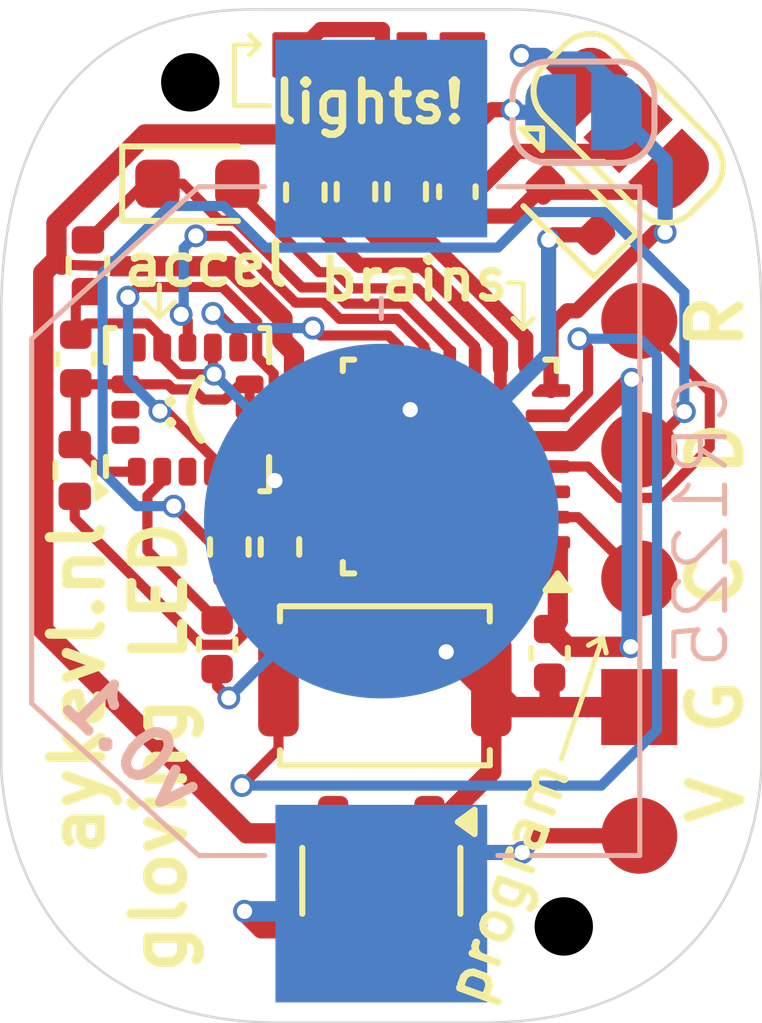
<source format=kicad_pcb>
(kicad_pcb (version 20241229) (generator "pcbnew") (generator_version "9.0")
  (layers (0 "F.Cu" signal) (2 "B.Cu" signal) (13 "F.Paste" user) (15 "B.Paste" user) (5 "F.SilkS" user "F.Silkscreen") (7 "B.SilkS" user "B.Silkscreen") (1 "F.Mask" user) (3 "B.Mask" user) (25 "Edge.Cuts" user))
  (net 0 "")
  (net 1 "GND")
  (net 2 "VBAT")
  (net 3 "VCC")
  (net 4 "SWDIO")
  (net 5 "NRST")
  (net 6 "SWCLK")
  (net 7 "Net-(D2-A)")
  (net 8 "Net-(JP1-C)")
  (net 18 "I2C_SDA")
  (net 19 "I2C_SCL")
  (net 20 "ACCEL_INT2")
  (net 21 "ACCEL_INT1")
  (net 22 "LED_G")
  (net 23 "LED_B")
  (net 24 "LED_R")
  (net 27 "BUTTON")
  (net 28 "Net-(D1-GK)")
  (net 29 "Net-(D1-BK)")
  (net 30 "Net-(D1-RK)")
  (net 31 "Net-(JP2-A)")
  (net 32 "PHOTO_VCC")
  (net 33 "PHOTO_SENSE")
  (net 34 "ACCEL_VDD")
  (net 35 "ACCEL_POWER")
  (net 36 "Net-(U1-BYP)")
  (footprint "Package_DFN_QFN:QFN-28_4x4mm_P0.5mm" (layer "F.Cu") (at 1.35 3.0225 180)
    (property "Reference" "U2" (hide yes))
    (property "Value" "STM32L031G6Ux" (hide yes))
    (pad "1" smd custom (at -1.9975 -1.5 180) (size 0.136863 0.136863) (layers "F.Cu" "F.Mask" "F.Paste") (net 3 "VCC") (options (clearance outline) (anchor circle)) (primitives (gr_poly (pts (xy -0.3325 -0.08) (xy 0.19886 -0.08) (xy 0.3325 0.05364) (xy 0.3325 0.08) (xy -0.3325 0.08)) (width 0.09) (fill yes))))
    (pad "2" smd roundrect (at -1.9375 -1 180) (size 0.875 0.25) (layers "F.Cu" "F.Mask" "F.Paste") (net 6 "SWCLK"))
    (pad "3" smd roundrect (at -1.9375 -0.5 180) (size 0.875 0.25) (layers "F.Cu" "F.Mask" "F.Paste"))
    (pad "4" smd roundrect (at -1.9375 0 180) (size 0.875 0.25) (layers "F.Cu" "F.Mask" "F.Paste") (net 5 "NRST"))
    (pad "5" smd roundrect (at -1.9375 0.5 180) (size 0.875 0.25) (layers "F.Cu" "F.Mask" "F.Paste") (net 3 "VCC"))
    (pad "6" smd roundrect (at -1.9375 1 180) (size 0.875 0.25) (layers "F.Cu" "F.Mask" "F.Paste") (net 27 "BUTTON"))
    (pad "7" smd custom (at -1.9975 1.5 180) (size 0.136863 0.136863) (layers "F.Cu" "F.Mask" "F.Paste") (net 23 "LED_B") (options (clearance outline) (anchor circle)) (primitives (gr_poly (pts (xy -0.3325 -0.08) (xy 0.3325 -0.08) (xy 0.3325 -0.05364) (xy 0.19886 0.08) (xy -0.3325 0.08)) (width 0.09) (fill yes))))
    (pad "8" smd custom (at -1.5 1.9975 180) (size 0.136863 0.136863) (layers "F.Cu" "F.Mask" "F.Paste") (net 22 "LED_G") (options (clearance outline) (anchor circle)) (primitives (gr_poly (pts (xy -0.08 -0.19886) (xy 0.05364 -0.3325) (xy 0.08 -0.3325) (xy 0.08 0.3325) (xy -0.08 0.3325)) (width 0.09) (fill yes))))
    (pad "9" smd roundrect (at -1 1.9375 180) (size 0.25 0.875) (layers "F.Cu" "F.Mask" "F.Paste") (net 24 "LED_R"))
    (pad "10" smd roundrect (at -0.5 1.9375 180) (size 0.25 0.875) (layers "F.Cu" "F.Mask" "F.Paste") (net 32 "PHOTO_VCC"))
    (pad "11" smd roundrect (at 0 1.9375 180) (size 0.25 0.875) (layers "F.Cu" "F.Mask" "F.Paste") (net 33 "PHOTO_SENSE"))
    (pad "12" smd roundrect (at 0.5 1.9375 180) (size 0.25 0.875) (layers "F.Cu" "F.Mask" "F.Paste") (net 21 "ACCEL_INT1"))
    (pad "13" smd roundrect (at 1 1.9375 180) (size 0.25 0.875) (layers "F.Cu" "F.Mask" "F.Paste") (net 20 "ACCEL_INT2"))
    (pad "14" smd custom (at 1.5 1.9975 180) (size 0.136863 0.136863) (layers "F.Cu" "F.Mask" "F.Paste") (options (clearance outline) (anchor circle)) (primitives (gr_poly (pts (xy -0.08 -0.3325) (xy -0.05364 -0.3325) (xy 0.08 -0.19886) (xy 0.08 0.3325) (xy -0.08 0.3325)) (width 0.09) (fill yes))))
    (pad "15" smd custom (at 1.9975 1.5 180) (size 0.136863 0.136863) (layers "F.Cu" "F.Mask" "F.Paste") (options (clearance outline) (anchor circle)) (primitives (gr_poly (pts (xy -0.3325 -0.08) (xy 0.3325 -0.08) (xy 0.3325 0.08) (xy -0.19886 0.08) (xy -0.3325 -0.05364)) (width 0.09) (fill yes))))
    (pad "16" smd roundrect (at 1.9375 1 180) (size 0.875 0.25) (layers "F.Cu" "F.Mask" "F.Paste") (net 1 "GND"))
    (pad "17" smd roundrect (at 1.9375 0.5 180) (size 0.875 0.25) (layers "F.Cu" "F.Mask" "F.Paste") (net 3 "VCC"))
    (pad "18" smd roundrect (at 1.9375 0 180) (size 0.875 0.25) (layers "F.Cu" "F.Mask" "F.Paste"))
    (pad "19" smd roundrect (at 1.9375 -0.5 180) (size 0.875 0.25) (layers "F.Cu" "F.Mask" "F.Paste") (net 19 "I2C_SCL"))
    (pad "20" smd roundrect (at 1.9375 -1 180) (size 0.875 0.25) (layers "F.Cu" "F.Mask" "F.Paste") (net 18 "I2C_SDA"))
    (pad "21" smd custom (at 1.9975 -1.5 180) (size 0.136863 0.136863) (layers "F.Cu" "F.Mask" "F.Paste") (net 4 "SWDIO") (options (clearance outline) (anchor circle)) (primitives (gr_poly (pts (xy -0.3325 0.05364) (xy -0.19886 -0.08) (xy 0.3325 -0.08) (xy 0.3325 0.08) (xy -0.3325 0.08)) (width 0.09) (fill yes))))
    (pad "22" smd custom (at 1.5 -1.9975 180) (size 0.136863 0.136863) (layers "F.Cu" "F.Mask" "F.Paste") (net 6 "SWCLK") (options (clearance outline) (anchor circle)) (primitives (gr_poly (pts (xy -0.08 -0.3325) (xy 0.08 -0.3325) (xy 0.08 0.19886) (xy -0.05364 0.3325) (xy -0.08 0.3325)) (width 0.09) (fill yes))))
    (pad "23" smd roundrect (at 1 -1.9375 180) (size 0.25 0.875) (layers "F.Cu" "F.Mask" "F.Paste") (net 35 "ACCEL_POWER"))
    (pad "24" smd roundrect (at 0.5 -1.9375 180) (size 0.25 0.875) (layers "F.Cu" "F.Mask" "F.Paste"))
    (pad "25" smd roundrect (at 0 -1.9375 180) (size 0.25 0.875) (layers "F.Cu" "F.Mask" "F.Paste"))
    (pad "26" smd roundrect (at -0.5 -1.9375 180) (size 0.25 0.875) (layers "F.Cu" "F.Mask" "F.Paste"))
    (pad "27" smd roundrect (at -1 -1.9375 180) (size 0.25 0.875) (layers "F.Cu" "F.Mask" "F.Paste") (net 1 "GND"))
    (pad "28" smd custom (at -1.5 -1.9975 180) (size 0.136863 0.136863) (layers "F.Cu" "F.Mask" "F.Paste") (net 1 "GND") (options (clearance outline) (anchor circle)) (primitives (gr_poly (pts (xy -0.08 -0.3325) (xy 0.08 -0.3325) (xy 0.08 0.3325) (xy 0.05364 0.3325) (xy -0.08 0.19886)) (width 0.09) (fill yes))))
  )
  (footprint "Jumper:SolderJumper-3_P1.3mm_Bridged12_RoundedPad1.0x1.5mm" (layer "F.Cu") (at 4.87 -3.65 -45)
    (property "Reference" "JP1" (hide yes))
    (property "Value" "~" (hide yes))
    (fp_poly (pts (xy -0.9 -0.3) (xy -0.4 -0.3) (xy -0.4 0.3) (xy -0.9 0.3)) (fill yes) (layer "F.Cu"))
    (pad "1" smd custom (at -1.3 0 315) (size 1 0.5) (layers "F.Cu" "F.Mask") (net 23 "LED_B") (options (clearance outline) (anchor rect)) (primitives (gr_circle (center 0 0.25) (end 0.5 0.25) (width 0) (fill yes)) (gr_circle (center 0 -0.25) (end 0.5 -0.25) (width 0) (fill yes)) (gr_poly (pts (xy 0.55 0.75) (xy 0 0.75) (xy 0 -0.75) (xy 0.55 -0.75)) (width 0) (fill yes))))
    (pad "2" smd rect (at 0 0 315) (size 1 1.5) (layers "F.Cu" "F.Mask") (net 8 "Net-(JP1-C)"))
    (pad "3" smd custom (at 1.3 0 315) (size 1 0.5) (layers "F.Cu" "F.Mask") (net 7 "Net-(D2-A)") (options (clearance outline) (anchor rect)) (primitives (gr_circle (center 0 0.25) (end 0.5 0.25) (width 0) (fill yes)) (gr_circle (center 0 -0.25) (end 0.5 -0.25) (width 0) (fill yes)) (gr_poly (pts (xy 0 0.75) (xy -0.55 0.75) (xy -0.55 -0.75) (xy 0 -0.75)) (width 0) (fill yes))))
  )
  (footprint "Custom:ProgramHeader" (layer "F.Cu") (at 5.09 6.5 90)
    (property "Reference" "J1" (hide yes))
    (property "Value" "Conn_01x05" (hide yes))
    (pad "1" smd circle (at -3.81 0 90) (size 1.5 1.5) (layers "F.Cu" "F.Mask" "F.Paste") (net 2 "VBAT"))
    (pad "2" smd rect (at -1.27 0 90) (size 1.5 1.5) (layers "F.Cu" "F.Mask" "F.Paste") (net 1 "GND"))
    (pad "3" smd circle (at 1.27 0 90) (size 1.5 1.5) (layers "F.Cu" "F.Mask" "F.Paste") (net 6 "SWCLK"))
    (pad "4" smd circle (at 3.81 0 90) (size 1.5 1.5) (layers "F.Cu" "F.Mask" "F.Paste") (net 4 "SWDIO"))
    (pad "5" smd circle (at 6.35 0 90) (size 1.5 1.5) (layers "F.Cu" "F.Mask" "F.Paste") (net 5 "NRST"))
  )
  (footprint "Resistor_SMD:R_0402_1005Metric" (layer "F.Cu") (at -0.5 -2.4 -90)
    (property "Reference" "R4" (hide yes))
    (property "Value" "220" (hide yes))
    (pad "1" smd roundrect (at -0.51 0 270) (size 0.54 0.64) (layers "F.Cu" "F.Mask" "F.Paste") (net 28 "Net-(D1-GK)"))
    (pad "2" smd roundrect (at 0.51 0 270) (size 0.54 0.64) (layers "F.Cu" "F.Mask" "F.Paste") (net 22 "LED_G"))
  )
  (footprint "Capacitor_SMD:C_0402_1005Metric" (layer "F.Cu") (at 1.5 -2.4 90)
    (property "Reference" "C3" (hide yes))
    (property "Value" "10uF" (hide yes))
    (pad "1" smd roundrect (at -0.48 0 90) (size 0.56 0.62) (layers "F.Cu" "F.Mask" "F.Paste") (net 7 "Net-(D2-A)"))
    (pad "2" smd roundrect (at 0.48 0 90) (size 0.56 0.62) (layers "F.Cu" "F.Mask" "F.Paste") (net 31 "Net-(JP2-A)"))
  )
  (footprint "LED_SMD:LED_0603_1608Metric" (layer "F.Cu") (at -3.63 -2.56)
    (property "Reference" "Q2" (hide yes))
    (property "Value" "Q_Photo_NPN_EC" (hide yes))
    (pad "1" smd roundrect (at -0.787501 0) (size 0.875 0.95) (layers "F.Cu" "F.Mask" "F.Paste") (net 33 "PHOTO_SENSE"))
    (pad "2" smd roundrect (at 0.787501 0) (size 0.875 0.95) (layers "F.Cu" "F.Mask" "F.Paste") (net 32 "PHOTO_VCC"))
  )
  (footprint "Diode_SMD:D_SOD-523" (layer "F.Cu") (at 3.724975 -2.045025 135)
    (property "Reference" "D2" (hide yes))
    (property "Value" "D" (hide yes))
    (pad "1" smd roundrect (at -0.7 0 315) (size 0.6 0.7) (layers "F.Cu" "F.Mask" "F.Paste") (net 1 "GND"))
    (pad "2" smd roundrect (at 0.7 0 315) (size 0.6 0.7) (layers "F.Cu" "F.Mask" "F.Paste") (net 7 "Net-(D2-A)"))
  )
  (footprint "Resistor_SMD:R_0402_1005Metric" (layer "F.Cu") (at 0.5 -2.4 -90)
    (property "Reference" "R5" (hide yes))
    (property "Value" "49.9" (hide yes))
    (pad "1" smd roundrect (at -0.51 0 270) (size 0.54 0.64) (layers "F.Cu" "F.Mask" "F.Paste") (net 29 "Net-(D1-BK)"))
    (pad "2" smd roundrect (at 0.51 0 270) (size 0.54 0.64) (layers "F.Cu" "F.Mask" "F.Paste") (net 8 "Net-(JP1-C)"))
  )
  (footprint "Package_LGA:LGA-16_3x3mm_P0.5mm_LayoutBorder3x5y" (layer "F.Cu") (at -3.825 1.9 90)
    (property "Reference" "U1" (hide yes))
    (property "Value" "LIS3DH" (hide yes))
    (pad "1" smd roundrect (at -1.225 -1 90) (size 0.55 0.35) (layers "F.Cu" "F.Mask" "F.Paste") (net 34 "ACCEL_VDD"))
    (pad "2" smd roundrect (at -1.225 -0.5 90) (size 0.55 0.35) (layers "F.Cu" "F.Mask" "F.Paste") (net 36 "Net-(U1-BYP)"))
    (pad "3" smd roundrect (at -1.225 0 90) (size 0.55 0.35) (layers "F.Cu" "F.Mask" "F.Paste"))
    (pad "4" smd roundrect (at -1.225 0.5 90) (size 0.55 0.35) (layers "F.Cu" "F.Mask" "F.Paste") (net 19 "I2C_SCL"))
    (pad "5" smd roundrect (at -1.225 1 90) (size 0.55 0.35) (layers "F.Cu" "F.Mask" "F.Paste") (net 1 "GND"))
    (pad "6" smd roundrect (at -0.5 1.225 90) (size 0.35 0.55) (layers "F.Cu" "F.Mask" "F.Paste") (net 18 "I2C_SDA"))
    (pad "7" smd roundrect (at 0 1.225 90) (size 0.35 0.55) (layers "F.Cu" "F.Mask" "F.Paste") (net 34 "ACCEL_VDD"))
    (pad "8" smd roundrect (at 0.5 1.225 90) (size 0.35 0.55) (layers "F.Cu" "F.Mask" "F.Paste") (net 34 "ACCEL_VDD"))
    (pad "9" smd roundrect (at 1.225 1 90) (size 0.55 0.35) (layers "F.Cu" "F.Mask" "F.Paste") (net 20 "ACCEL_INT2"))
    (pad "10" smd roundrect (at 1.225 0.5 90) (size 0.55 0.35) (layers "F.Cu" "F.Mask" "F.Paste") (net 1 "GND"))
    (pad "11" smd roundrect (at 1.225 0 90) (size 0.55 0.35) (layers "F.Cu" "F.Mask" "F.Paste") (net 21 "ACCEL_INT1"))
    (pad "12" smd roundrect (at 1.225 -0.5 90) (size 0.55 0.35) (layers "F.Cu" "F.Mask" "F.Paste") (net 1 "GND"))
    (pad "13" smd roundrect (at 1.225 -1 90) (size 0.55 0.35) (layers "F.Cu" "F.Mask" "F.Paste"))
    (pad "14" smd roundrect (at 0.5 -1.225 90) (size 0.35 0.55) (layers "F.Cu" "F.Mask" "F.Paste") (net 34 "ACCEL_VDD"))
    (pad "15" smd roundrect (at 0 -1.225 90) (size 0.35 0.55) (layers "F.Cu" "F.Mask" "F.Paste"))
    (pad "16" smd roundrect (at -0.5 -1.225 90) (size 0.35 0.55) (layers "F.Cu" "F.Mask" "F.Paste"))
  )
  (footprint "Custom:ToolingHole_JLCPCB" (layer "F.Cu") (at 3.6 12.1)
    (property "Reference" "REF**" (hide yes))
    (property "Value" "ToolingHole_JLCPCB" (hide yes))
    (pad "" np_thru_hole circle (at 0 0) (size 1.152 1.152) (drill 1.152) (layers "*.Mask") (clearance 0.248))
  )
  (footprint "Resistor_SMD:R_0402_1005Metric" (layer "F.Cu") (at -6.05 3.1 90)
    (property "Reference" "R6" (hide yes))
    (property "Value" "49.9" (hide yes))
    (pad "1" smd roundrect (at -0.51 0 90) (size 0.54 0.64) (layers "F.Cu" "F.Mask" "F.Paste") (net 35 "ACCEL_POWER"))
    (pad "2" smd roundrect (at 0.51 0 90) (size 0.54 0.64) (layers "F.Cu" "F.Mask" "F.Paste") (net 34 "ACCEL_VDD"))
  )
  (footprint "Package_TO_SOT_SMD:SOT-23" (layer "F.Cu") (at 0 11.2 -90)
    (property "Reference" "Q1" (hide yes))
    (property "Value" "Q_PMOS_GSD" (hide yes))
    (pad "1" smd roundrect (at -0.9375 -0.95 270) (size 1.475 0.6) (layers "F.Cu" "F.Mask" "F.Paste") (net 1 "GND"))
    (pad "2" smd roundrect (at -0.9375 0.95 270) (size 1.475 0.6) (layers "F.Cu" "F.Mask" "F.Paste") (net 3 "VCC"))
    (pad "3" smd roundrect (at 0.9375 0 270) (size 1.475 0.6) (layers "F.Cu" "F.Mask" "F.Paste") (net 2 "VBAT"))
  )
  (footprint "Capacitor_SMD:C_0402_1005Metric" (layer "F.Cu") (at -3.24 6.54 -90)
    (property "Reference" "C4" (hide yes))
    (property "Value" "100nF" (hide yes))
    (pad "1" smd roundrect (at -0.48 0 270) (size 0.56 0.62) (layers "F.Cu" "F.Mask" "F.Paste") (net 36 "Net-(U1-BYP)"))
    (pad "2" smd roundrect (at 0.48 0 270) (size 0.56 0.62) (layers "F.Cu" "F.Mask" "F.Paste") (net 1 "GND"))
  )
  (footprint "Resistor_SMD:R_0402_1005Metric" (layer "F.Cu") (at -1.5 -2.39 -90)
    (property "Reference" "R3" (hide yes))
    (property "Value" "220" (hide yes))
    (pad "1" smd roundrect (at -0.51 0 270) (size 0.54 0.64) (layers "F.Cu" "F.Mask" "F.Paste") (net 30 "Net-(D1-RK)"))
    (pad "2" smd roundrect (at 0.51 0 270) (size 0.54 0.64) (layers "F.Cu" "F.Mask" "F.Paste") (net 24 "LED_R"))
  )
  (footprint "Resistor_SMD:R_0402_1005Metric" (layer "F.Cu") (at -3 4.61 90)
    (property "Reference" "R2" (hide yes))
    (property "Value" "10k" (hide yes))
    (pad "1" smd roundrect (at -0.51 0 90) (size 0.54 0.64) (layers "F.Cu" "F.Mask" "F.Paste") (net 35 "ACCEL_POWER"))
    (pad "2" smd roundrect (at 0.51 0 90) (size 0.54 0.64) (layers "F.Cu" "F.Mask" "F.Paste") (net 19 "I2C_SCL"))
  )
  (footprint "Capacitor_SMD:C_0402_1005Metric" (layer "F.Cu") (at -6.03 0.9 90)
    (property "Reference" "C1" (hide yes))
    (property "Value" "10uF" (hide yes))
    (pad "1" smd roundrect (at -0.48 0 90) (size 0.56 0.62) (layers "F.Cu" "F.Mask" "F.Paste") (net 34 "ACCEL_VDD"))
    (pad "2" smd roundrect (at 0.48 0 90) (size 0.56 0.62) (layers "F.Cu" "F.Mask" "F.Paste") (net 1 "GND"))
  )
  (footprint "Button_Switch_SMD:SW_Push_SPST_NO_Alps_SKRK" (layer "F.Cu") (at 0.07 7.35 180)
    (property "Reference" "SW1" (hide yes))
    (property "Value" "SW_Push" (hide yes))
    (pad "1" smd roundrect (at -2.1 0 180) (size 0.8 2) (layers "F.Cu" "F.Mask" "F.Paste") (net 1 "GND"))
    (pad "2" smd roundrect (at 2.1 0 180) (size 0.8 2) (layers "F.Cu" "F.Mask" "F.Paste") (net 27 "BUTTON"))
  )
  (footprint "Capacitor_SMD:C_0402_1005Metric" (layer "F.Cu") (at 3.32 6.71 -90)
    (property "Reference" "C2" (hide yes))
    (property "Value" "10uF" (hide yes))
    (pad "1" smd roundrect (at -0.48 0 270) (size 0.56 0.62) (layers "F.Cu" "F.Mask" "F.Paste") (net 3 "VCC"))
    (pad "2" smd roundrect (at 0.48 0 270) (size 0.56 0.62) (layers "F.Cu" "F.Mask" "F.Paste") (net 1 "GND"))
  )
  (footprint "Resistor_SMD:R_0402_1005Metric" (layer "F.Cu") (at -2 4.61 90)
    (property "Reference" "R1" (hide yes))
    (property "Value" "10k" (hide yes))
    (pad "1" smd roundrect (at -0.51 0 90) (size 0.54 0.64) (layers "F.Cu" "F.Mask" "F.Paste") (net 35 "ACCEL_POWER"))
    (pad "2" smd roundrect (at 0.51 0 90) (size 0.54 0.64) (layers "F.Cu" "F.Mask" "F.Paste") (net 18 "I2C_SDA"))
  )
  (footprint "Resistor_SMD:R_0402_1005Metric" (layer "F.Cu") (at -5.79 -0.939999 -90)
    (property "Reference" "R7" (hide yes))
    (property "Value" "1k" (hide yes))
    (pad "1" smd roundrect (at -0.509999 0 270) (size 0.54 0.64) (layers "F.Cu" "F.Mask" "F.Paste") (net 33 "PHOTO_SENSE"))
    (pad "2" smd roundrect (at 0.509999 0 270) (size 0.54 0.64) (layers "F.Cu" "F.Mask" "F.Paste") (net 1 "GND"))
  )
  (footprint "Custom:ToolingHole_JLCPCB" (layer "F.Cu") (at -3.77 -4.56)
    (property "Reference" "REF**" (hide yes))
    (property "Value" "ToolingHole_JLCPCB" (hide yes))
    (pad "" np_thru_hole circle (at 0 0) (size 1.152 1.152) (drill 1.152) (layers "*.Mask") (clearance 0.248))
  )
  (footprint "Custom:OSRAM_KRTB_AILMS1" (layer "F.Cu") (at 0 -5.13 180)
    (property "Reference" "D1" (hide yes))
    (property "Value" "LED_BGAR" (hide yes))
    (pad "1" smd custom (at -1.475 0 180) (size 0.325 0.443) (layers "F.Cu" "F.Mask" "F.Paste") (net 29 "Net-(D1-BK)") (options (clearance outline) (anchor rect)) (primitives (gr_rect (start -0.4275 -0.2215) (end 0.1625 0.0685) (width 0) (fill yes))))
    (pad "2" smd rect (at -0.58 0 180) (size 0.3 0.443) (layers "F.Cu" "F.Mask" "F.Paste") (net 28 "Net-(D1-GK)"))
    (pad "3" smd custom (at 0.435 0 180) (size 0.4 0.443) (layers "F.Cu" "F.Mask" "F.Paste") (net 3 "VCC") (options (clearance outline) (anchor rect)) (primitives))
    (pad "4" smd custom (at 1.4725 0 180) (size 0.325 0.443) (layers "F.Cu" "F.Mask" "F.Paste") (net 30 "Net-(D1-RK)") (options (clearance outline) (anchor rect)) (primitives (gr_rect (start -0.1625 -0.2215) (end 0.4275 0.0685) (width 0) (fill yes))))
  )
  (footprint "Jumper:SolderJumper-2_P1.3mm_Open_RoundedPad1.0x1.5mm" (layer "B.Cu") (at 3.99 -3.97)
    (property "Reference" "JP2" (hide yes))
    (property "Value" "~" (hide yes))
    (pad "1" smd custom (at -0.65 0) (size 1 0.5) (layers "B.Cu" "B.Mask") (net 31 "Net-(JP2-A)") (options (clearance outline) (anchor rect)) (primitives (gr_circle (center 0 -0.25) (end 0.5 -0.25) (width 0) (fill yes)) (gr_circle (center 0 0.25) (end 0.5 0.25) (width 0) (fill yes)) (gr_poly (pts (xy 0.5 -0.75) (xy 0 -0.75) (xy 0 0.75) (xy 0.5 0.75)) (width 0) (fill yes))))
    (pad "2" smd custom (at 0.65 0) (size 1 0.5) (layers "B.Cu" "B.Mask") (net 23 "LED_B") (options (clearance outline) (anchor rect)) (primitives (gr_circle (center 0 -0.25) (end 0.5 -0.25) (width 0) (fill yes)) (gr_circle (center 0 0.25) (end 0.5 0.25) (width 0) (fill yes)) (gr_poly (pts (xy 0 -0.75) (xy -0.5 -0.75) (xy -0.5 0.75) (xy 0 0.75)) (width 0) (fill yes))))
  )
  (footprint "Custom:MY-1220-03" (layer "B.Cu") (at 0 4.1 -90)
    (property "Reference" "BT1" (hide yes))
    (property "Value" "Battery_Cell" (hide yes))
    (fp_text user "CR1225" (at 0 -6.9 90) (layer "B.SilkS") (effects (font (thickness 0.1)) (justify bottom mirror)))
    (pad "" smd rect (at -7.55 0 90) (size 3.9 4.18) (layers "B.Cu" "B.Mask" "B.Paste"))
    (pad "1" smd rect (at 7.55 0 90) (size 3.9 4.18) (layers "B.Cu" "B.Mask" "B.Paste") (net 2 "VBAT"))
    (pad "2" smd circle (at 0 0 90) (size 7 7) (layers "B.Cu" "B.Mask" "B.Paste") (net 1 "GND"))
  )
  (gr_rect (start -2.1 -5.5) (end -1.3 -4.7) (stroke (width 0.1)) (fill yes) (layer "F.Cu") (net 30))
  (gr_line (start -6.31 -0.96) (end -5.29 -0.93) (stroke (width 0.2)) (layer "F.Cu") (net 3))
  (gr_rect (start 1.2 -5.5) (end 2 -4.7) (stroke (width 0.1)) (fill yes) (layer "F.Cu") (net 29))
  (gr_rect (start -0.78 -5.3) (end -0.28 -4.5) (stroke (width 0.1)) (fill yes) (layer "F.Cu") (net 3))
  (gr_rect (start 0.35 -5.5) (end 0.85 -4.7) (stroke (width 0.1)) (fill yes) (layer "F.Cu") (net 28))
  (gr_line (start 4.3625 6.4) (end 4.4375 6.7) (stroke (width 0.1)) (layer "F.SilkS"))
  (gr_line (start -4.38 0.08) (end -4.08 -0.22) (stroke (width 0.1)) (layer "F.SilkS"))
  (gr_line (start -2.9 -4.1) (end -2.9 -5.3) (stroke (width 0.1)) (layer "F.SilkS"))
  (gr_line (start -2.6 -5.1) (end -2.4 -5.3) (stroke (width 0.1)) (layer "F.SilkS"))
  (gr_line (start -4.38 -0.56) (end -4.38 0.08) (stroke (width 0.1)) (layer "F.SilkS"))
  (gr_line (start 3.55 8.8) (end 4.35 6.45) (stroke (width 0.1)) (layer "F.SilkS"))
  (gr_line (start 2.8 -0.6) (end 2.8 0.3) (stroke (width 0.1)) (layer "F.SilkS"))
  (gr_line (start 2.8 0.3) (end 2.6 0.1) (stroke (width 0.1)) (layer "F.SilkS"))
  (gr_line (start 4.3625 6.4) (end 4.0875 6.55) (stroke (width 0.1)) (layer "F.SilkS"))
  (gr_line (start -2.9 -5.3) (end -2.4 -5.3) (stroke (width 0.1)) (layer "F.SilkS"))
  (gr_line (start -4.38 0.08) (end -4.68 -0.22) (stroke (width 0.1)) (layer "F.SilkS"))
  (gr_line (start 2.5 -0.6) (end 2.8 -0.6) (stroke (width 0.1)) (layer "F.SilkS"))
  (gr_line (start 2.8 0.3) (end 3 0.1) (stroke (width 0.1)) (layer "F.SilkS"))
  (gr_line (start -2.6 -5.5) (end -2.4 -5.3) (stroke (width 0.1)) (layer "F.SilkS"))
  (gr_line (start -2.2 -4.1) (end -2.9 -4.1) (stroke (width 0.1)) (layer "F.SilkS"))
  (gr_line (start 7.5 0) (end 7.5 8.95) (stroke (width 0.05)) (layer "Edge.Cuts"))
  (gr_curve (pts (xy -2 14) (xy -7.5 14) (xy -7.5 8.95) (xy -7.5 8.95)) (stroke (width 0.05)) (layer "Edge.Cuts"))
  (gr_curve (pts (xy 7.5 0) (xy 7.5 -3.5) (xy 6 -6) (xy 2.5 -6)) (stroke (width 0.05)) (layer "Edge.Cuts"))
  (gr_curve (pts (xy -2.5 -6) (xy -6 -6) (xy -7.5 -3.5) (xy -7.5 0)) (stroke (width 0.05)) (layer "Edge.Cuts"))
  (gr_line (start 2.5 -6) (end -2.5 -6) (stroke (width 0.05)) (layer "Edge.Cuts"))
  (gr_line (start 2 14) (end -2 14) (stroke (width 0.05)) (layer "Edge.Cuts"))
  (gr_curve (pts (xy 2 14) (xy 7.5 14) (xy 7.5 8.95) (xy 7.5 8.95)) (stroke (width 0.05)) (layer "Edge.Cuts"))
  (gr_line (start -7.5 0) (end -7.5 8.95) (stroke (width 0.05)) (layer "Edge.Cuts"))
  (gr_text "brains" (at -1.3 -0.2 0) (layer "F.SilkS") (effects (font (size 0.8 0.8) (thickness 0.15) (bold yes)) (justify left bottom)))
  (gr_text "accel" (at -5.16 -0.49 0) (layer "F.SilkS") (effects (font (size 0.8 0.8) (thickness 0.15) (bold yes)) (justify left bottom)))
  (gr_text "D" (at 7.18 3.3 90) (layer "F.SilkS") (effects (font (size 1 1) (thickness 0.2) (bold yes)) (justify left bottom)))
  (gr_text "V" (at 7.2 10.16 90) (layer "F.SilkS") (effects (font (size 1 1) (thickness 0.2) (bold yes)) (justify left bottom)))
  (gr_text "program" (at 2.05 13.8 70) (layer "F.SilkS") (effects (font (size 0.8 0.8) (thickness 0.15) (bold yes)) (justify left bottom)))
  (gr_text "aykevl.nl\ngloving LED" (at -3.8 4 90) (layer "F.SilkS") (effects (font (size 1 1) (thickness 0.2) (bold yes)) (justify right bottom)))
  (gr_text "G" (at 7.18 8.4 90) (layer "F.SilkS") (effects (font (size 1 1) (thickness 0.2) (bold yes)) (justify left bottom)))
  (gr_text ":(" (at -4.45 2.3 0) (layer "F.SilkS") (effects (font (size 0.8 0.8) (thickness 0.15) (bold yes)) (justify left bottom)))
  (gr_text "lights!" (at -2.2 -3.7 0) (layer "F.SilkS") (effects (font (size 0.8 0.8) (thickness 0.15) (bold yes)) (justify left bottom)))
  (gr_text "R" (at 7.18 0.8 90) (layer "F.SilkS") (effects (font (size 1 1) (thickness 0.2) (bold yes)) (justify left bottom)))
  (gr_text "C" (at 7.18 5.9 90) (layer "F.SilkS") (effects (font (size 1 1) (thickness 0.2) (bold yes)) (justify left bottom)))
  (gr_text "v0.1" (at -5.3 8.9 315) (layer "B.SilkS") (effects (font (size 1 1) (thickness 0.2) (bold yes)) (justify bottom mirror)))
  (segment (start -3.24 7.36) (end -3.01 7.59) (width 0.2) (layer "F.Cu") (net 1))
  (segment (start -0.5875 2.0225) (end 0.4475 2.0225) (width 0.4) (layer "F.Cu") (net 1))
  (segment (start -4.325 0.489574) (end -4.615574 0.199) (width 0.2) (layer "F.Cu") (net 1))
  (segment (start 2.79 4.96) (end 2.85 5.02) (width 0.4) (layer "F.Cu") (net 1))
  (segment (start 1.95 7.35) (end 1.28 6.68) (width 0.4) (layer "F.Cu") (net 1))
  (segment (start 2.59 7.77) (end 2.17 7.35) (width 0.4) (layer "F.Cu") (net 1))
  (segment (start -5.809 0.199) (end -6.03 0.42) (width 0.2) (layer "F.Cu") (net 1))
  (segment (start 2.17 7.35) (end 1.95 7.35) (width 0.4) (layer "F.Cu") (net 1))
  (segment (start -2.275 3.125) (end -2.1 3.3) (width 0.2) (layer "F.Cu") (net 1))
  (segment (start 0.4475 2.0225) (end 0.57 1.9) (width 0.4) (layer "F.Cu") (net 1))
  (segment (start -3.325 0.675) (end -3.325 1.175) (width 0.2) (layer "F.Cu") (net 1))
  (segment (start -3.325 1.175) (end -3.3 1.2) (width 0.2) (layer "F.Cu") (net 1))
  (segment (start 2.17 9.0425) (end 0.95 10.2625) (width 0.4) (layer "F.Cu") (net 1))
  (segment (start -2.825 3.125) (end -2.275 3.125) (width 0.2) (layer "F.Cu") (net 1))
  (segment (start -6.03 0.42) (end -6.03 -0.19) (width 0.2) (layer "F.Cu") (net 1))
  (segment (start -3.985426 1.2) (end -4.325 0.860426) (width 0.2) (layer "F.Cu") (net 1))
  (segment (start 2.85 5.02) (end 2.17 5.7) (width 0.4) (layer "F.Cu") (net 1))
  (segment (start 3.32 7.77) (end 2.59 7.77) (width 0.4) (layer "F.Cu") (net 1))
  (segment (start 2.35 4.96) (end 2.79 4.96) (width 0.4) (layer "F.Cu") (net 1))
  (segment (start -4.325 0.860426) (end -4.325 0.675) (width 0.2) (layer "F.Cu") (net 1))
  (segment (start -3.24 7.02) (end -3.24 7.36) (width 0.2) (layer "F.Cu") (net 1))
  (segment (start 5.09 7.77) (end 3.32 7.77) (width 0.4) (layer "F.Cu") (net 1))
  (segment (start -6.03 -0.19) (end -5.79 -0.43) (width 0.2) (layer "F.Cu") (net 1))
  (segment (start 3.32 7.19) (end 3.32 7.77) (width 0.4) (layer "F.Cu") (net 1))
  (segment (start -4.615574 0.199) (end -5.809 0.199) (width 0.2) (layer "F.Cu") (net 1))
  (segment (start 4.21995 -1.55005) (end 3.40005 -1.55005) (width 0.3) (layer "F.Cu") (net 1))
  (segment (start -4.325 0.675) (end -4.325 0.489574) (width 0.2) (layer "F.Cu") (net 1))
  (segment (start 2.17 5.7) (end 2.17 7.35) (width 0.4) (layer "F.Cu") (net 1))
  (segment (start -4.325 0.675) (end -4.401 0.599) (width 0.2) (layer "F.Cu") (net 1))
  (segment (start 3.40005 -1.55005) (end 3.3 -1.45) (width 0.3) (layer "F.Cu") (net 1))
  (segment (start 2.17 7.35) (end 2.17 9.0425) (width 0.4) (layer "F.Cu") (net 1))
  (segment (start -3.3 1.2) (end -3.985426 1.2) (width 0.2) (layer "F.Cu") (net 1))
  (via (at -2.1 3.3) (size 0.45) (drill 0.3) (layers "F.Cu" "B.Cu") (net 1))
  (via (at -3.01 7.59) (size 0.45) (drill 0.3) (layers "F.Cu" "B.Cu") (net 1))
  (via (at -3.3 1.2) (size 0.45) (drill 0.3) (layers "F.Cu" "B.Cu") (net 1))
  (via (at 3.3 -1.45) (size 0.45) (drill 0.3) (layers "F.Cu" "B.Cu") (net 1))
  (via (at 0.57 1.9) (size 0.45) (drill 0.3) (layers "F.Cu" "B.Cu") (net 1))
  (via (at 1.28 6.68) (size 0.45) (drill 0.3) (layers "F.Cu" "B.Cu") (net 1))
  (segment (start -3.01 7.59) (end 0 4.58) (width 0.2) (layer "B.Cu") (net 1))
  (segment (start 3.3 -1.45) (end 3.3 0.8) (width 0.3) (layer "B.Cu") (net 1))
  (segment (start -3.3 1.2) (end -0.4 4.1) (width 0.2) (layer "B.Cu") (net 1))
  (segment (start 3.3 0.8) (end 0 4.1) (width 0.3) (layer "B.Cu") (net 1))
  (segment (start 0 4.58) (end 0 4.1) (width 0.2) (layer "B.Cu") (net 1))
  (segment (start -0.4 4.1) (end 0 4.1) (width 0.2) (layer "B.Cu") (net 1))
  (segment (start 3.11 10.31) (end 2.78 10.64) (width 0.3) (layer "F.Cu") (net 2))
  (segment (start 0 12.1375) (end -2.3625 12.1375) (width 0.4) (layer "F.Cu") (net 2))
  (segment (start -2.3625 12.1375) (end -2.7 11.8) (width 0.4) (layer "F.Cu") (net 2))
  (segment (start 5.09 10.31) (end 3.11 10.31) (width 0.3) (layer "F.Cu") (net 2))
  (via (at -2.7 11.8) (size 0.45) (drill 0.3) (layers "F.Cu" "B.Cu") (net 2))
  (via (at 2.78 10.64) (size 0.45) (drill 0.3) (layers "F.Cu" "B.Cu") (net 2))
  (segment (start 1.01 10.64) (end 0 11.65) (width 0.3) (layer "B.Cu") (net 2))
  (segment (start 2.78 10.64) (end 1.01 10.64) (width 0.3) (layer "B.Cu") (net 2))
  (segment (start -0.15 11.8) (end 0 11.65) (width 0.4) (layer "B.Cu") (net 2))
  (segment (start -2.7 11.8) (end -0.15 11.8) (width 0.4) (layer "B.Cu") (net 2))
  (segment (start -6.671 -0.801) (end -6.671 6.248943) (width 0.4) (layer "F.Cu") (net 3))
  (segment (start 3.4825 4.6575) (end 3.3475 4.5225) (width 0.4) (layer "F.Cu") (net 3))
  (segment (start -0.53 -4.9) (end -1.897 -3.533) (width 0.4) (layer "F.Cu") (net 3))
  (segment (start -1.723 0.766943) (end -1.951 0.538943) (width 0.4) (layer "F.Cu") (net 3))
  (segment (start -0.5875 2.5225) (end -1.1304 2.5225) (width 0.4) (layer "F.Cu") (net 3))
  (segment (start -1.723 1.9299) (end -1.723 0.766943) (width 0.4) (layer "F.Cu") (net 3))
  (segment (start -0.5875 2.5225) (end 3.2875 2.5225) (width 0.4) (layer "F.Cu") (net 3))
  (segment (start -1.1304 2.5225) (end -1.723 1.9299) (width 0.4) (layer "F.Cu") (net 3))
  (segment (start 3.740798 2.5225) (end 4.94 1.323298) (width 0.4) (layer "F.Cu") (net 3))
  (segment (start -6.411 -1.061) (end -6.31 -0.96) (width 0.4) (layer "F.Cu") (net 3))
  (segment (start -6.671 6.248943) (end -2.657443 10.2625) (width 0.4) (layer "F.Cu") (net 3))
  (segment (start -1.951 0.09855) (end -2.97955 -0.93) (width 0.4) (layer "F.Cu") (net 3))
  (segment (start 4.94 1.323298) (end 4.94 1.3) (width 0.4) (layer "F.Cu") (net 3))
  (segment (start -1.897 -3.533) (end -4.660601 -3.533) (width 0.4) (layer "F.Cu") (net 3))
  (segment (start 3.32 6.23) (end 3.4825 6.0675) (width 0.4) (layer "F.Cu") (net 3))
  (segment (start 3.67 6.58) (end 3.32 6.23) (width 0.4) (layer "F.Cu") (net 3))
  (segment (start -6.411 -1.782601) (end -6.411 -1.061) (width 0.4) (layer "F.Cu") (net 3))
  (segment (start 4.92 6.58) (end 3.67 6.58) (width 0.4) (layer "F.Cu") (net 3))
  (segment (start -4.660601 -3.533) (end -6.411 -1.782601) (width 0.4) (layer "F.Cu") (net 3))
  (segment (start 3.2875 2.5225) (end 3.740798 2.5225) (width 0.4) (layer "F.Cu") (net 3))
  (segment (start -1.951 0.538943) (end -1.951 0.09855) (width 0.4) (layer "F.Cu") (net 3))
  (segment (start -2.97955 -0.93) (end -5.29 -0.93) (width 0.4) (layer "F.Cu") (net 3))
  (segment (start -2.657443 10.2625) (end -0.95 10.2625) (width 0.4) (layer "F.Cu") (net 3))
  (segment (start 3.4825 6.0675) (end 3.4825 4.6575) (width 0.4) (layer "F.Cu") (net 3))
  (segment (start -6.411 -1.061) (end -6.671 -0.801) (width 0.4) (layer "F.Cu") (net 3))
  (via (at 4.92 6.58) (size 0.45) (drill 0.3) (layers "F.Cu" "B.Cu") (net 3))
  (via (at 4.94 1.3) (size 0.45) (drill 0.3) (layers "F.Cu" "B.Cu") (net 3))
  (segment (start 4.94 6.56) (end 4.92 6.58) (width 0.4) (layer "B.Cu") (net 3))
  (segment (start 4.94 1.3) (end 4.94 6.56) (width 0.4) (layer "B.Cu") (net 3))
  (segment (start 5.49 2.29) (end 5.09 2.69) (width 0.2) (layer "F.Cu") (net 4))
  (segment (start 5.98 1.94) (end 5.63 2.29) (width 0.2) (layer "F.Cu") (net 4))
  (segment (start 5.63 2.29) (end 5.49 2.29) (width 0.2) (layer "F.Cu") (net 4))
  (segment (start -0.6475 4.5225) (end -0.696 4.571) (width 0.2) (layer "F.Cu") (net 4))
  (segment (start -0.696 4.571) (end -3.329 4.571) (width 0.2) (layer "F.Cu") (net 4))
  (segment (start -3.329 4.571) (end -4.095 3.805) (width 0.2) (layer "F.Cu") (net 4))
  (via (at 5.98 1.94) (size 0.45) (drill 0.3) (layers "F.Cu" "B.Cu") (net 4))
  (via (at -4.095 3.805) (size 0.45) (drill 0.3) (layers "F.Cu" "B.Cu") (net 4))
  (segment (start -5.5 2.921479) (end -5.489 2.932479) (width 0.2) (layer "B.Cu") (net 4))
  (segment (start -5.5 -0.8) (end -5.5 2.921479) (width 0.2) (layer "B.Cu") (net 4))
  (segment (start -2.291 -1.299) (end -3.112 -2.12) (width 0.2) (layer "B.Cu") (net 4))
  (segment (start 2.299 -1.299) (end -2.291 -1.299) (width 0.2) (layer "B.Cu") (net 4))
  (segment (start 5.98 1.94) (end 5.98 -0.42) (width 0.2) (layer "B.Cu") (net 4))
  (segment (start -4.18 -2.12) (end -5.5 -0.8) (width 0.2) (layer "B.Cu") (net 4))
  (segment (start -4.825 3.805) (end -4.095 3.805) (width 0.2) (layer "B.Cu") (net 4))
  (segment (start 3 -2) (end 2.299 -1.299) (width 0.2) (layer "B.Cu") (net 4))
  (segment (start 5.98 -0.42) (end 4.4 -2) (width 0.2) (layer "B.Cu") (net 4))
  (segment (start -3.112 -2.12) (end -4.18 -2.12) (width 0.2) (layer "B.Cu") (net 4))
  (segment (start -5.489 2.932479) (end -5.489 3.141) (width 0.2) (layer "B.Cu") (net 4))
  (segment (start 4.4 -2) (end 3 -2) (width 0.2) (layer "B.Cu") (net 4))
  (segment (start -5.489 3.141) (end -4.825 3.805) (width 0.2) (layer "B.Cu") (net 4))
  (segment (start 4.696082 3.641) (end 5.483918 3.641) (width 0.2) (layer "F.Cu") (net 5))
  (segment (start 6.481 1.541) (end 5.09 0.15) (width 0.2) (layer "F.Cu") (net 5))
  (segment (start 6.481 2.643918) (end 6.481 1.541) (width 0.2) (layer "F.Cu") (net 5))
  (segment (start 3.2875 3.0225) (end 4.077582 3.0225) (width 0.2) (layer "F.Cu") (net 5))
  (segment (start 5.483918 3.641) (end 6.481 2.643918) (width 0.2) (layer "F.Cu") (net 5))
  (segment (start 4.077582 3.0225) (end 4.696082 3.641) (width 0.2) (layer "F.Cu") (net 5))
  (segment (start 0.024 4.846) (end 0.024 4.474122) (width 0.2) (layer "F.Cu") (net 6))
  (segment (start 0.475622 4.0225) (end 3.2875 4.0225) (width 0.2) (layer "F.Cu") (net 6))
  (segment (start 3.2875 4.0225) (end 3.8825 4.0225) (width 0.2) (layer "F.Cu") (net 6))
  (segment (start 3.8825 4.0225) (end 5.09 5.23) (width 0.2) (layer "F.Cu") (net 6))
  (segment (start -0.15 5.02) (end 0.024 4.846) (width 0.2) (layer "F.Cu") (net 6))
  (segment (start 0.024 4.474122) (end 0.475622 4.0225) (width 0.2) (layer "F.Cu") (net 6))
  (segment (start 3.38 -2.39) (end 5.448478 -2.39) (width 0.3) (layer "F.Cu") (net 7))
  (segment (start 2.61 -1.92) (end 3.23 -2.54) (width 0.3) (layer "F.Cu") (net 7))
  (segment (start 5.448478 -2.39) (end 5.789239 -2.730761) (width 0.3) (layer "F.Cu") (net 7))
  (segment (start 1.5 -1.92) (end 2.61 -1.92) (width 0.3) (layer "F.Cu") (net 7))
  (segment (start 3.23 -2.54) (end 3.38 -2.39) (width 0.3) (layer "F.Cu") (net 7))
  (segment (start 1.887606 -2.4) (end 1.01 -2.4) (width 0.2) (layer "F.Cu") (net 8))
  (segment (start 2.685838 -3.198232) (end 1.887606 -2.4) (width 0.3) (layer "F.Cu") (net 8))
  (segment (start 1.01 -2.4) (end 0.5 -1.89) (width 0.3) (layer "F.Cu") (net 8))
  (segment (start 4.418232 -3.198232) (end 2.685838 -3.198232) (width 0.3) (layer "F.Cu") (net 8))
  (segment (start 4.87 -3.65) (end 4.418232 -3.198232) (width 0.3) (layer "F.Cu") (net 8))
  (segment (start -1.6 3.7) (end -1.6 3.08) (width 0.2) (layer "F.Cu") (net 18))
  (segment (start -0.5875 4.0225) (end -1.9225 4.0225) (width 0.2) (layer "F.Cu") (net 18))
  (segment (start -1.9225 4.0225) (end -2 4.1) (width 0.2) (layer "F.Cu") (net 18))
  (segment (start -2 4.1) (end -1.6 3.7) (width 0.2) (layer "F.Cu") (net 18))
  (segment (start -2.28 2.4) (end -2.6 2.4) (width 0.2) (layer "F.Cu") (net 18))
  (segment (start -1.6 3.08) (end -2.28 2.4) (width 0.2) (layer "F.Cu") (net 18))
  (segment (start -3 4.1) (end -3.325 3.775) (width 0.2) (layer "F.Cu") (net 19))
  (segment (start -1.299 3.248499) (end -1.299 2.921) (width 0.2) (layer "F.Cu") (net 19))
  (segment (start -4.37 1.93) (end -4.245001 1.93) (width 0.2) (layer "F.Cu") (net 19))
  (segment (start -3.13665 -0.52) (end -4.8 -0.52) (width 0.2) (layer "F.Cu") (net 19))
  (segment (start -1.024999 3.5225) (end -1.299 3.248499) (width 0.2) (layer "F.Cu") (net 19))
  (segment (start -4.8 -0.52) (end -5 -0.32) (width 0.2) (layer "F.Cu") (net 19))
  (segment (start -2.124 2.096) (end -2.124 1.190574) (width 0.2) (layer "F.Cu") (net 19))
  (segment (start -2.449 0.16765) (end -3.13665 -0.52) (width 0.2) (layer "F.Cu") (net 19))
  (segment (start -0.5875 3.5225) (end -1.024999 3.5225) (width 0.2) (layer "F.Cu") (net 19))
  (segment (start -2.124 1.190574) (end -2.449 0.865574) (width 0.2) (layer "F.Cu") (net 19))
  (segment (start -3.325 2.850001) (end -3.325 3.125) (width 0.2) (layer "F.Cu") (net 19))
  (segment (start -2.449 0.865574) (end -2.449 0.16765) (width 0.2) (layer "F.Cu") (net 19))
  (segment (start -3.325 3.775) (end -3.325 3.125) (width 0.2) (layer "F.Cu") (net 19))
  (segment (start -1.299 2.921) (end -2.124 2.096) (width 0.2) (layer "F.Cu") (net 19))
  (segment (start -4.245001 1.93) (end -3.325 2.850001) (width 0.2) (layer "F.Cu") (net 19))
  (via (at -5 -0.32) (size 0.45) (drill 0.3) (layers "F.Cu" "B.Cu") (net 19))
  (via (at -4.37 1.93) (size 0.45) (drill 0.3) (layers "F.Cu" "B.Cu") (net 19))
  (segment (start -5 -0.19) (end -5 1.3) (width 0.2) (layer "B.Cu") (net 19))
  (segment (start -5 1.3) (end -4.37 1.93) (width 0.2) (layer "B.Cu") (net 19))
  (segment (start -5 -0.19) (end -5 -0.32) (width 0.2) (layer "B.Cu") (net 19))
  (segment (start -2.825 0.400001) (end -2.825 0.675) (width 0.2) (layer "F.Cu") (net 20))
  (segment (start -3.225152 -0.000151) (end -2.825 0.400001) (width 0.2) (layer "F.Cu") (net 20))
  (segment (start -1.2035 0.4365) (end 0.138999 0.4365) (width 0.2) (layer "F.Cu") (net 20))
  (segment (start -3.325322 -0.000151) (end -3.225152 -0.000151) (width 0.2) (layer "F.Cu") (net 20))
  (segment (start 0.138999 0.4365) (end 0.35 0.647501) (width 0.2) (layer "F.Cu") (net 20))
  (segment (start 0.35 0.647501) (end 0.35 1.085) (width 0.2) (layer "F.Cu") (net 20))
  (segment (start -1.35 0.29) (end -1.2035 0.4365) (width 0.2) (layer "F.Cu") (net 20))
  (via (at -1.35 0.29) (size 0.45) (drill 0.3) (layers "F.Cu" "B.Cu") (net 20))
  (via (at -3.325322 -0.000151) (size 0.45) (drill 0.3) (layers "F.Cu" "B.Cu") (net 20))
  (segment (start -3.035171 0.29) (end -3.325322 -0.000151) (width 0.2) (layer "B.Cu") (net 20))
  (segment (start -1.35 0.29) (end -3.035171 0.29) (width 0.2) (layer "B.Cu") (net 20))
  (segment (start -3.95 0.02) (end -3.82 0.15) (width 0.2) (layer "F.Cu") (net 21))
  (segment (start -1.142479 -0.211) (end -1.69345 -0.211) (width 0.2) (layer "F.Cu") (net 21))
  (segment (start 0.311273 0.108774) (end -0.822705 0.108774) (width 0.2) (layer "F.Cu") (net 21))
  (segment (start -0.822705 0.108774) (end -1.142479 -0.211) (width 0.2) (layer "F.Cu") (net 21))
  (segment (start -3.01245 -1.53) (end -3.66 -1.53) (width 0.2) (layer "F.Cu") (net 21))
  (segment (start -3.82 0.67) (end -3.825 0.675) (width 0.2) (layer "F.Cu") (net 21))
  (segment (start 0.85 1.085) (end 0.85 0.647501) (width 0.2) (layer "F.Cu") (net 21))
  (segment (start -1.69345 -0.211) (end -3.01245 -1.53) (width 0.2) (layer "F.Cu") (net 21))
  (segment (start 0.85 0.647501) (end 0.311273 0.108774) (width 0.2) (layer "F.Cu") (net 21))
  (segment (start -3.82 0.15) (end -3.82 0.67) (width 0.2) (layer "F.Cu") (net 21))
  (via (at -3.66 -1.53) (size 0.45) (drill 0.3) (layers "F.Cu" "B.Cu") (net 21))
  (via (at -3.95 0.02) (size 0.45) (drill 0.3) (layers "F.Cu" "B.Cu") (net 21))
  (segment (start -3.66 -1.53) (end -3.9 -1.29) (width 0.2) (layer "B.Cu") (net 21))
  (segment (start -3.9 -1.29) (end -3.9 -0.03) (width 0.2) (layer "B.Cu") (net 21))
  (segment (start -3.9 -0.03) (end -3.95 0.02) (width 0.2) (layer "B.Cu") (net 21))
  (segment (start 1.001 -1.369) (end 2.85 0.48) (width 0.3) (layer "F.Cu") (net 22))
  (segment (start -0.5 -1.89) (end 0.021 -1.369) (width 0.3) (layer "F.Cu") (net 22))
  (segment (start 0.021 -1.369) (end 1.001 -1.369) (width 0.3) (layer "F.Cu") (net 22))
  (segment (start 2.85 0.48) (end 2.85 1.025) (width 0.3) (layer "F.Cu") (net 22))
  (segment (start 3.349 0.461) (end 3.349 0.271768) (width 0.3) (layer "F.Cu") (net 23))
  (segment (start 3.349 0.271768) (end 3.671768 -0.051) (width 0.3) (layer "F.Cu") (net 23))
  (segment (start 2.76 -5.09) (end 3.21 -5.09) (width 0.3) (layer "F.Cu") (net 23))
  (segment (start 3.3475 0.4625) (end 3.349 0.461) (width 0.3) (layer "F.Cu") (net 23))
  (segment (start 5.41 -1.6) (end 5.6 -1.6) (width 0.3) (layer "F.Cu") (net 23))
  (segment (start 3.3475 1.5225) (end 3.3475 0.4625) (width 0.3) (layer "F.Cu") (net 23))
  (segment (start 3.671768 -0.051) (end 3.861 -0.051) (width 0.3) (layer "F.Cu") (net 23))
  (segment (start 3.21 -5.09) (end 3.730761 -4.569239) (width 0.3) (layer "F.Cu") (net 23))
  (segment (start 3.730761 -4.569239) (end 3.950761 -4.569239) (width 0.3) (layer "F.Cu") (net 23))
  (segment (start 3.861 -0.051) (end 5.41 -1.6) (width 0.3) (layer "F.Cu") (net 23))
  (via (at 2.76 -5.09) (size 0.45) (drill 0.3) (layers "F.Cu" "B.Cu") (net 23))
  (via (at 5.6 -1.6) (size 0.45) (drill 0.3) (layers "F.Cu" "B.Cu") (net 23))
  (segment (start 4.08 -5.02) (end 4.64 -4.46) (width 0.3) (layer "B.Cu") (net 23))
  (segment (start 4.64 -4.46) (end 4.64 -3.97) (width 0.3) (layer "B.Cu") (net 23))
  (segment (start 5.6 -1.6) (end 5.6 -3.01) (width 0.3) (layer "B.Cu") (net 23))
  (segment (start 3.21 -5.09) (end 3.28 -5.02) (width 0.3) (layer "B.Cu") (net 23))
  (segment (start 2.76 -5.09) (end 3.21 -5.09) (width 0.3) (layer "B.Cu") (net 23))
  (segment (start 3.28 -5.02) (end 4.08 -5.02) (width 0.3) (layer "B.Cu") (net 23))
  (segment (start 5.6 -3.01) (end 4.64 -3.97) (width 0.3) (layer "B.Cu") (net 23))
  (segment (start -0.44 -0.95) (end 0.79 -0.95) (width 0.3) (layer "F.Cu") (net 24))
  (segment (start 0.79 -0.95) (end 2.35 0.61) (width 0.3) (layer "F.Cu") (net 24))
  (segment (start -1.37 -1.88) (end -0.44 -0.95) (width 0.3) (layer "F.Cu") (net 24))
  (segment (start -1.5 -1.88) (end -1.37 -1.88) (width 0.3) (layer "F.Cu") (net 24))
  (segment (start 2.35 0.61) (end 2.35 1.085) (width 0.3) (layer "F.Cu") (net 24))
  (segment (start 4.08 1.564) (end 3.6215 2.0225) (width 0.2) (layer "F.Cu") (net 27))
  (segment (start -2.03 8.6) (end -2.75 9.32) (width 0.2) (layer "F.Cu") (net 27))
  (segment (start 3.6215 2.0225) (end 3.2875 2.0225) (width 0.2) (layer "F.Cu") (net 27))
  (segment (start -2.03 7.35) (end -2.03 8.6) (width 0.2) (layer "F.Cu") (net 27))
  (segment (start 3.9 0.5) (end 4.08 0.68) (width 0.2) (layer "F.Cu") (net 27))
  (segment (start 4.08 0.68) (end 4.08 1.564) (width 0.2) (layer "F.Cu") (net 27))
  (via (at 3.9 0.5) (size 0.45) (drill 0.3) (layers "F.Cu" "B.Cu") (net 27))
  (via (at -2.75 9.32) (size 0.45) (drill 0.3) (layers "F.Cu" "B.Cu") (net 27))
  (segment (start 3.9 0.5) (end 5.1 0.5) (width 0.2) (layer "B.Cu") (net 27))
  (segment (start 5.1 0.5) (end 5.44 0.84) (width 0.2) (layer "B.Cu") (net 27))
  (segment (start 4.34 9.32) (end -2.75 9.32) (width 0.2) (layer "B.Cu") (net 27))
  (segment (start 5.44 0.84) (end 5.44 8.22) (width 0.2) (layer "B.Cu") (net 27))
  (segment (start 5.44 8.22) (end 4.34 9.32) (width 0.2) (layer "B.Cu") (net 27))
  (segment (start 0.6 -5.1) (end 0.6 -4.01) (width 0.3) (layer "F.Cu") (net 28))
  (segment (start 0.6 -4.01) (end -0.5 -2.91) (width 0.3) (layer "F.Cu") (net 28))
  (segment (start 1.6 -5.1) (end 1.6 -4.01) (width 0.3) (layer "F.Cu") (net 29))
  (segment (start 1.6 -4.01) (end 0.5 -2.91) (width 0.3) (layer "F.Cu") (net 29))
  (segment (start 0.021 -5.5975) (end 0.021 -4.375322) (width 0.3) (layer "F.Cu") (net 30))
  (segment (start -1.1975 -5.6025) (end 0.016 -5.6025) (width 0.3) (layer "F.Cu") (net 30))
  (segment (start 0.016 -5.6025) (end 0.021 -5.5975) (width 0.3) (layer "F.Cu") (net 30))
  (segment (start -1.7 -5.1) (end -1.1975 -5.6025) (width 0.3) (layer "F.Cu") (net 30))
  (segment (start 0.021 -4.375322) (end -1.454322 -2.9) (width 0.3) (layer "F.Cu") (net 30))
  (segment (start -1.454322 -2.9) (end -1.5 -2.9) (width 0.3) (layer "F.Cu") (net 30))
  (segment (start 1.5 -3.3429) (end 1.5 -2.88) (width 0.3) (layer "F.Cu") (net 31))
  (segment (start 2.58 -4.02) (end 2.1771 -4.02) (width 0.3) (layer "F.Cu") (net 31))
  (segment (start 2.1771 -4.02) (end 1.5 -3.3429) (width 0.3) (layer "F.Cu") (net 31))
  (via (at 2.58 -4.02) (size 0.45) (drill 0.3) (layers "F.Cu" "B.Cu") (net 31))
  (segment (start 2.58 -4.02) (end 2.63 -3.97) (width 0.3) (layer "B.Cu") (net 31))
  (segment (start 2.63 -3.97) (end 2.939 -3.97) (width 0.3) (layer "B.Cu") (net 31))
  (segment (start -0.573349 -0.493226) (end 0.709273 -0.493226) (width 0.2) (layer "F.Cu") (net 32))
  (segment (start -2.842499 -2.56) (end -2.842499 -2.423581) (width 0.2) (layer "F.Cu") (net 32))
  (segment (start -1.231918 -0.813) (end -0.893123 -0.813) (width 0.2) (layer "F.Cu") (net 32))
  (segment (start -0.893123 -0.813) (end -0.573349 -0.493226) (width 0.2) (layer "F.Cu") (net 32))
  (segment (start 1.85 0.647501) (end 1.85 1.085) (width 0.2) (layer "F.Cu") (net 32))
  (segment (start -2.842499 -2.423581) (end -1.231918 -0.813) (width 0.2) (layer "F.Cu") (net 32))
  (segment (start 0.709273 -0.493226) (end 1.85 0.647501) (width 0.2) (layer "F.Cu") (net 32))
  (segment (start -0.698027 -0.192226) (end 0.435951 -0.192226) (width 0.2) (layer "F.Cu") (net 33))
  (segment (start -3.917177 -2.56) (end -3.188177 -1.831) (width 0.2) (layer "F.Cu") (net 33))
  (segment (start 1.35 0.721823) (end 1.35 1.085) (width 0.2) (layer "F.Cu") (net 33))
  (segment (start -4.417501 -2.56) (end -3.917177 -2.56) (width 0.2) (layer "F.Cu") (net 33))
  (segment (start -2.887772 -1.831) (end -1.568772 -0.512) (width 0.2) (layer "F.Cu") (net 33))
  (segment (start -4.679998 -2.56) (end -5.79 -1.449998) (width 0.2) (layer "F.Cu") (net 33))
  (segment (start -1.568772 -0.512) (end -1.017801 -0.512) (width 0.2) (layer "F.Cu") (net 33))
  (segment (start -1.017801 -0.512) (end -0.698027 -0.192226) (width 0.2) (layer "F.Cu") (net 33))
  (segment (start -4.417501 -2.56) (end -4.679998 -2.56) (width 0.2) (layer "F.Cu") (net 33))
  (segment (start 0.435951 -0.192226) (end 1.35 0.721823) (width 0.2) (layer "F.Cu") (net 33))
  (segment (start -3.188177 -1.831) (end -2.887772 -1.831) (width 0.2) (layer "F.Cu") (net 33))
  (segment (start -5.05 1.4) (end -6.01 1.4) (width 0.2) (layer "F.Cu") (net 34))
  (segment (start -3.507521 1.701) (end -3.086426 1.701) (width 0.2) (layer "F.Cu") (net 34))
  (segment (start -2.785426 1.4) (end -2.6 1.4) (width 0.2) (layer "F.Cu") (net 34))
  (segment (start -4.110104 1.501) (end -3.707521 1.501) (width 0.2) (layer "F.Cu") (net 34))
  (segment (start -6.01 1.4) (end -6.03 1.38) (width 0.2) (layer "F.Cu") (net 34))
  (segment (start -6.03 2.57) (end -6.05 2.59) (width 0.2) (layer "F.Cu") (net 34))
  (segment (start -4.211104 1.4) (end -4.110104 1.501) (width 0.2) (layer "F.Cu") (net 34))
  (segment (start -6.05 2.59) (end -5.515 3.125) (width 0.2) (layer "F.Cu") (net 34))
  (segment (start -5.05 1.4) (end -4.211104 1.4) (width 0.2) (layer "F.Cu") (net 34))
  (segment (start -3.086426 1.701) (end -2.785426 1.4) (width 0.2) (layer "F.Cu") (net 34))
  (segment (start -2.6 1.4) (end -2.6 1.9) (width 0.2) (layer "F.Cu") (net 34))
  (segment (start -3.707521 1.501) (end -3.507521 1.701) (width 0.2) (layer "F.Cu") (net 34))
  (segment (start -5.515 3.125) (end -4.825 3.125) (width 0.2) (layer "F.Cu") (net 34))
  (segment (start -6.03 1.38) (end -6.03 2.57) (width 0.2) (layer "F.Cu") (net 34))
  (segment (start 0.35 5.294) (end 0.0355 5.6085) (width 0.2) (layer "F.Cu") (net 35))
  (segment (start -2.923872 6.54) (end -3.556128 6.54) (width 0.2) (layer "F.Cu") (net 35))
  (segment (start -3.556128 6.54) (end -6.05 4.046128) (width 0.2) (layer "F.Cu") (net 35))
  (segment (start -2.729 5.391) (end -2.729 6.345128) (width 0.2) (layer "F.Cu") (net 35))
  (segment (start -6.05 4.046128) (end -6.05 3.61) (width 0.2) (layer "F.Cu") (net 35))
  (segment (start -3 5.12) (end -2.729 5.391) (width 0.2) (layer "F.Cu") (net 35))
  (segment (start 0.35 4.96) (end 0.35 5.294) (width 0.2) (layer "F.Cu") (net 35))
  (segment (start -2.729 6.345128) (end -2.923872 6.54) (width 0.2) (layer "F.Cu") (net 35))
  (segment (start -2 5.12) (end -3 5.12) (width 0.2) (layer "F.Cu") (net 35))
  (segment (start -1.5115 5.6085) (end -2 5.12) (width 0.2) (layer "F.Cu") (net 35))
  (segment (start 0.0355 5.6085) (end -1.5115 5.6085) (width 0.2) (layer "F.Cu") (net 35))
  (segment (start -4.325 3.310426) (end -4.325 3.125) (width 0.2) (layer "F.Cu") (net 36))
  (segment (start -3.24 6.06) (end -4.615574 4.684426) (width 0.2) (layer "F.Cu") (net 36))
  (segment (start -4.615574 4.684426) (end -4.615574 3.601) (width 0.2) (layer "F.Cu") (net 36))
  (segment (start -4.615574 3.601) (end -4.325 3.310426) (width 0.2) (layer "F.Cu") (net 36))
)
</source>
